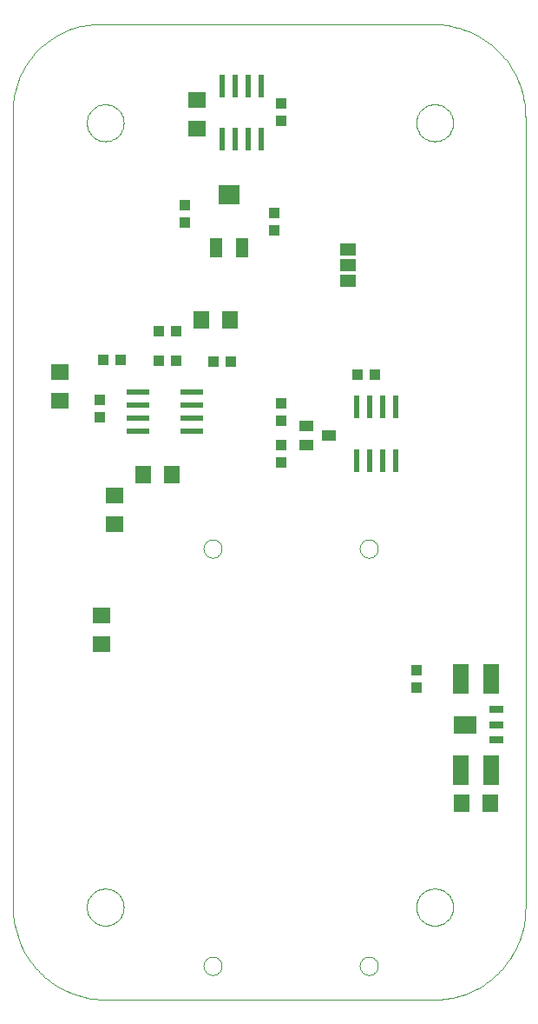
<source format=gtp>
G75*
%MOIN*%
%OFA0B0*%
%FSLAX24Y24*%
%IPPOS*%
%LPD*%
%AMOC8*
5,1,8,0,0,1.08239X$1,22.5*
%
%ADD10C,0.0000*%
%ADD11R,0.0870X0.0240*%
%ADD12R,0.0394X0.0433*%
%ADD13R,0.0433X0.0394*%
%ADD14R,0.0551X0.0394*%
%ADD15R,0.0240X0.0870*%
%ADD16R,0.0551X0.0315*%
%ADD17R,0.0866X0.0709*%
%ADD18R,0.0630X0.0709*%
%ADD19R,0.0591X0.1142*%
%ADD20R,0.0709X0.0630*%
%ADD21R,0.0236X0.0866*%
%ADD22R,0.0512X0.0748*%
%ADD23R,0.0787X0.0748*%
%ADD24R,0.0630X0.0460*%
D10*
X001927Y006470D02*
X001927Y036785D01*
X005076Y040328D02*
X018068Y040328D01*
X018184Y040326D01*
X018300Y040320D01*
X018415Y040311D01*
X018530Y040298D01*
X018645Y040281D01*
X018759Y040260D01*
X018873Y040235D01*
X018985Y040207D01*
X019096Y040175D01*
X019207Y040140D01*
X019316Y040101D01*
X019424Y040058D01*
X019530Y040012D01*
X019635Y039963D01*
X019738Y039910D01*
X019840Y039853D01*
X019939Y039794D01*
X020036Y039731D01*
X020132Y039665D01*
X020225Y039596D01*
X020316Y039524D01*
X020404Y039449D01*
X020490Y039371D01*
X020573Y039290D01*
X020654Y039207D01*
X020732Y039121D01*
X020807Y039033D01*
X020879Y038942D01*
X020948Y038849D01*
X021014Y038753D01*
X021077Y038656D01*
X021136Y038557D01*
X021193Y038455D01*
X021246Y038352D01*
X021295Y038247D01*
X021341Y038141D01*
X021384Y038033D01*
X021423Y037924D01*
X021458Y037813D01*
X021490Y037702D01*
X021518Y037590D01*
X021543Y037476D01*
X021564Y037362D01*
X021581Y037247D01*
X021594Y037132D01*
X021603Y037017D01*
X021609Y036901D01*
X021611Y036785D01*
X021612Y036785D02*
X021612Y006470D01*
X017418Y006470D02*
X017420Y006523D01*
X017426Y006576D01*
X017436Y006628D01*
X017449Y006679D01*
X017467Y006729D01*
X017488Y006778D01*
X017513Y006825D01*
X017541Y006869D01*
X017573Y006912D01*
X017607Y006952D01*
X017645Y006990D01*
X017685Y007024D01*
X017728Y007056D01*
X017773Y007084D01*
X017819Y007109D01*
X017868Y007130D01*
X017918Y007148D01*
X017969Y007161D01*
X018021Y007171D01*
X018074Y007177D01*
X018127Y007179D01*
X018180Y007177D01*
X018233Y007171D01*
X018285Y007161D01*
X018336Y007148D01*
X018386Y007130D01*
X018435Y007109D01*
X018482Y007084D01*
X018526Y007056D01*
X018569Y007024D01*
X018609Y006990D01*
X018647Y006952D01*
X018681Y006912D01*
X018713Y006869D01*
X018741Y006824D01*
X018766Y006778D01*
X018787Y006729D01*
X018805Y006679D01*
X018818Y006628D01*
X018828Y006576D01*
X018834Y006523D01*
X018836Y006470D01*
X018834Y006417D01*
X018828Y006364D01*
X018818Y006312D01*
X018805Y006261D01*
X018787Y006211D01*
X018766Y006162D01*
X018741Y006115D01*
X018713Y006071D01*
X018681Y006028D01*
X018647Y005988D01*
X018609Y005950D01*
X018569Y005916D01*
X018526Y005884D01*
X018481Y005856D01*
X018435Y005831D01*
X018386Y005810D01*
X018336Y005792D01*
X018285Y005779D01*
X018233Y005769D01*
X018180Y005763D01*
X018127Y005761D01*
X018074Y005763D01*
X018021Y005769D01*
X017969Y005779D01*
X017918Y005792D01*
X017868Y005810D01*
X017819Y005831D01*
X017772Y005856D01*
X017728Y005884D01*
X017685Y005916D01*
X017645Y005950D01*
X017607Y005988D01*
X017573Y006028D01*
X017541Y006071D01*
X017513Y006116D01*
X017488Y006162D01*
X017467Y006211D01*
X017449Y006261D01*
X017436Y006312D01*
X017426Y006364D01*
X017420Y006417D01*
X017418Y006470D01*
X018128Y002926D02*
X018245Y002929D01*
X018362Y002936D01*
X018479Y002947D01*
X018596Y002961D01*
X018712Y002980D01*
X018827Y003002D01*
X018941Y003029D01*
X019055Y003059D01*
X019167Y003093D01*
X019279Y003130D01*
X019388Y003172D01*
X019497Y003216D01*
X019604Y003265D01*
X019709Y003317D01*
X019813Y003373D01*
X019914Y003432D01*
X020014Y003494D01*
X020111Y003560D01*
X020206Y003629D01*
X020299Y003701D01*
X020389Y003776D01*
X020477Y003854D01*
X020562Y003935D01*
X020644Y004018D01*
X020724Y004105D01*
X020800Y004194D01*
X020874Y004285D01*
X020944Y004379D01*
X021012Y004476D01*
X021076Y004574D01*
X021136Y004675D01*
X021194Y004777D01*
X021248Y004882D01*
X021298Y004988D01*
X021345Y005095D01*
X021388Y005205D01*
X021427Y005315D01*
X021463Y005427D01*
X021495Y005540D01*
X021523Y005654D01*
X021547Y005769D01*
X021568Y005885D01*
X021584Y006001D01*
X021597Y006118D01*
X021606Y006235D01*
X021611Y006352D01*
X021612Y006470D01*
X018127Y002927D02*
X005470Y002927D01*
X004761Y006470D02*
X004763Y006523D01*
X004769Y006576D01*
X004779Y006628D01*
X004792Y006679D01*
X004810Y006729D01*
X004831Y006778D01*
X004856Y006825D01*
X004884Y006869D01*
X004916Y006912D01*
X004950Y006952D01*
X004988Y006990D01*
X005028Y007024D01*
X005071Y007056D01*
X005116Y007084D01*
X005162Y007109D01*
X005211Y007130D01*
X005261Y007148D01*
X005312Y007161D01*
X005364Y007171D01*
X005417Y007177D01*
X005470Y007179D01*
X005523Y007177D01*
X005576Y007171D01*
X005628Y007161D01*
X005679Y007148D01*
X005729Y007130D01*
X005778Y007109D01*
X005825Y007084D01*
X005869Y007056D01*
X005912Y007024D01*
X005952Y006990D01*
X005990Y006952D01*
X006024Y006912D01*
X006056Y006869D01*
X006084Y006824D01*
X006109Y006778D01*
X006130Y006729D01*
X006148Y006679D01*
X006161Y006628D01*
X006171Y006576D01*
X006177Y006523D01*
X006179Y006470D01*
X006177Y006417D01*
X006171Y006364D01*
X006161Y006312D01*
X006148Y006261D01*
X006130Y006211D01*
X006109Y006162D01*
X006084Y006115D01*
X006056Y006071D01*
X006024Y006028D01*
X005990Y005988D01*
X005952Y005950D01*
X005912Y005916D01*
X005869Y005884D01*
X005824Y005856D01*
X005778Y005831D01*
X005729Y005810D01*
X005679Y005792D01*
X005628Y005779D01*
X005576Y005769D01*
X005523Y005763D01*
X005470Y005761D01*
X005417Y005763D01*
X005364Y005769D01*
X005312Y005779D01*
X005261Y005792D01*
X005211Y005810D01*
X005162Y005831D01*
X005115Y005856D01*
X005071Y005884D01*
X005028Y005916D01*
X004988Y005950D01*
X004950Y005988D01*
X004916Y006028D01*
X004884Y006071D01*
X004856Y006116D01*
X004831Y006162D01*
X004810Y006211D01*
X004792Y006261D01*
X004779Y006312D01*
X004769Y006364D01*
X004763Y006417D01*
X004761Y006470D01*
X001927Y006470D02*
X001929Y006354D01*
X001935Y006238D01*
X001944Y006123D01*
X001957Y006008D01*
X001974Y005893D01*
X001995Y005779D01*
X002020Y005665D01*
X002048Y005553D01*
X002080Y005442D01*
X002115Y005331D01*
X002154Y005222D01*
X002197Y005114D01*
X002243Y005008D01*
X002292Y004903D01*
X002345Y004800D01*
X002402Y004698D01*
X002461Y004599D01*
X002524Y004502D01*
X002590Y004406D01*
X002659Y004313D01*
X002731Y004222D01*
X002806Y004134D01*
X002884Y004048D01*
X002965Y003965D01*
X003048Y003884D01*
X003134Y003806D01*
X003222Y003731D01*
X003313Y003659D01*
X003406Y003590D01*
X003502Y003524D01*
X003599Y003461D01*
X003699Y003402D01*
X003800Y003345D01*
X003903Y003292D01*
X004008Y003243D01*
X004114Y003197D01*
X004222Y003154D01*
X004331Y003115D01*
X004442Y003080D01*
X004553Y003048D01*
X004665Y003020D01*
X004779Y002995D01*
X004893Y002974D01*
X005008Y002957D01*
X005123Y002944D01*
X005238Y002935D01*
X005354Y002929D01*
X005470Y002927D01*
X009245Y004220D02*
X009247Y004257D01*
X009253Y004294D01*
X009263Y004330D01*
X009276Y004365D01*
X009293Y004398D01*
X009314Y004429D01*
X009338Y004457D01*
X009365Y004483D01*
X009394Y004506D01*
X009425Y004526D01*
X009459Y004542D01*
X009494Y004555D01*
X009530Y004564D01*
X009567Y004569D01*
X009604Y004570D01*
X009641Y004567D01*
X009678Y004560D01*
X009714Y004549D01*
X009748Y004535D01*
X009781Y004517D01*
X009811Y004495D01*
X009839Y004471D01*
X009864Y004443D01*
X009887Y004413D01*
X009906Y004381D01*
X009921Y004347D01*
X009933Y004312D01*
X009941Y004276D01*
X009945Y004239D01*
X009945Y004201D01*
X009941Y004164D01*
X009933Y004128D01*
X009921Y004093D01*
X009906Y004059D01*
X009887Y004027D01*
X009864Y003997D01*
X009839Y003969D01*
X009811Y003945D01*
X009781Y003923D01*
X009748Y003905D01*
X009714Y003891D01*
X009678Y003880D01*
X009641Y003873D01*
X009604Y003870D01*
X009567Y003871D01*
X009530Y003876D01*
X009494Y003885D01*
X009459Y003898D01*
X009425Y003914D01*
X009394Y003934D01*
X009365Y003957D01*
X009338Y003983D01*
X009314Y004011D01*
X009293Y004042D01*
X009276Y004075D01*
X009263Y004110D01*
X009253Y004146D01*
X009247Y004183D01*
X009245Y004220D01*
X015245Y004220D02*
X015247Y004257D01*
X015253Y004294D01*
X015263Y004330D01*
X015276Y004365D01*
X015293Y004398D01*
X015314Y004429D01*
X015338Y004457D01*
X015365Y004483D01*
X015394Y004506D01*
X015425Y004526D01*
X015459Y004542D01*
X015494Y004555D01*
X015530Y004564D01*
X015567Y004569D01*
X015604Y004570D01*
X015641Y004567D01*
X015678Y004560D01*
X015714Y004549D01*
X015748Y004535D01*
X015781Y004517D01*
X015811Y004495D01*
X015839Y004471D01*
X015864Y004443D01*
X015887Y004413D01*
X015906Y004381D01*
X015921Y004347D01*
X015933Y004312D01*
X015941Y004276D01*
X015945Y004239D01*
X015945Y004201D01*
X015941Y004164D01*
X015933Y004128D01*
X015921Y004093D01*
X015906Y004059D01*
X015887Y004027D01*
X015864Y003997D01*
X015839Y003969D01*
X015811Y003945D01*
X015781Y003923D01*
X015748Y003905D01*
X015714Y003891D01*
X015678Y003880D01*
X015641Y003873D01*
X015604Y003870D01*
X015567Y003871D01*
X015530Y003876D01*
X015494Y003885D01*
X015459Y003898D01*
X015425Y003914D01*
X015394Y003934D01*
X015365Y003957D01*
X015338Y003983D01*
X015314Y004011D01*
X015293Y004042D01*
X015276Y004075D01*
X015263Y004110D01*
X015253Y004146D01*
X015247Y004183D01*
X015245Y004220D01*
X015245Y020220D02*
X015247Y020257D01*
X015253Y020294D01*
X015263Y020330D01*
X015276Y020365D01*
X015293Y020398D01*
X015314Y020429D01*
X015338Y020457D01*
X015365Y020483D01*
X015394Y020506D01*
X015425Y020526D01*
X015459Y020542D01*
X015494Y020555D01*
X015530Y020564D01*
X015567Y020569D01*
X015604Y020570D01*
X015641Y020567D01*
X015678Y020560D01*
X015714Y020549D01*
X015748Y020535D01*
X015781Y020517D01*
X015811Y020495D01*
X015839Y020471D01*
X015864Y020443D01*
X015887Y020413D01*
X015906Y020381D01*
X015921Y020347D01*
X015933Y020312D01*
X015941Y020276D01*
X015945Y020239D01*
X015945Y020201D01*
X015941Y020164D01*
X015933Y020128D01*
X015921Y020093D01*
X015906Y020059D01*
X015887Y020027D01*
X015864Y019997D01*
X015839Y019969D01*
X015811Y019945D01*
X015781Y019923D01*
X015748Y019905D01*
X015714Y019891D01*
X015678Y019880D01*
X015641Y019873D01*
X015604Y019870D01*
X015567Y019871D01*
X015530Y019876D01*
X015494Y019885D01*
X015459Y019898D01*
X015425Y019914D01*
X015394Y019934D01*
X015365Y019957D01*
X015338Y019983D01*
X015314Y020011D01*
X015293Y020042D01*
X015276Y020075D01*
X015263Y020110D01*
X015253Y020146D01*
X015247Y020183D01*
X015245Y020220D01*
X009245Y020220D02*
X009247Y020257D01*
X009253Y020294D01*
X009263Y020330D01*
X009276Y020365D01*
X009293Y020398D01*
X009314Y020429D01*
X009338Y020457D01*
X009365Y020483D01*
X009394Y020506D01*
X009425Y020526D01*
X009459Y020542D01*
X009494Y020555D01*
X009530Y020564D01*
X009567Y020569D01*
X009604Y020570D01*
X009641Y020567D01*
X009678Y020560D01*
X009714Y020549D01*
X009748Y020535D01*
X009781Y020517D01*
X009811Y020495D01*
X009839Y020471D01*
X009864Y020443D01*
X009887Y020413D01*
X009906Y020381D01*
X009921Y020347D01*
X009933Y020312D01*
X009941Y020276D01*
X009945Y020239D01*
X009945Y020201D01*
X009941Y020164D01*
X009933Y020128D01*
X009921Y020093D01*
X009906Y020059D01*
X009887Y020027D01*
X009864Y019997D01*
X009839Y019969D01*
X009811Y019945D01*
X009781Y019923D01*
X009748Y019905D01*
X009714Y019891D01*
X009678Y019880D01*
X009641Y019873D01*
X009604Y019870D01*
X009567Y019871D01*
X009530Y019876D01*
X009494Y019885D01*
X009459Y019898D01*
X009425Y019914D01*
X009394Y019934D01*
X009365Y019957D01*
X009338Y019983D01*
X009314Y020011D01*
X009293Y020042D01*
X009276Y020075D01*
X009263Y020110D01*
X009253Y020146D01*
X009247Y020183D01*
X009245Y020220D01*
X004761Y036549D02*
X004763Y036602D01*
X004769Y036655D01*
X004779Y036707D01*
X004792Y036758D01*
X004810Y036808D01*
X004831Y036857D01*
X004856Y036904D01*
X004884Y036948D01*
X004916Y036991D01*
X004950Y037031D01*
X004988Y037069D01*
X005028Y037103D01*
X005071Y037135D01*
X005116Y037163D01*
X005162Y037188D01*
X005211Y037209D01*
X005261Y037227D01*
X005312Y037240D01*
X005364Y037250D01*
X005417Y037256D01*
X005470Y037258D01*
X005523Y037256D01*
X005576Y037250D01*
X005628Y037240D01*
X005679Y037227D01*
X005729Y037209D01*
X005778Y037188D01*
X005825Y037163D01*
X005869Y037135D01*
X005912Y037103D01*
X005952Y037069D01*
X005990Y037031D01*
X006024Y036991D01*
X006056Y036948D01*
X006084Y036903D01*
X006109Y036857D01*
X006130Y036808D01*
X006148Y036758D01*
X006161Y036707D01*
X006171Y036655D01*
X006177Y036602D01*
X006179Y036549D01*
X006177Y036496D01*
X006171Y036443D01*
X006161Y036391D01*
X006148Y036340D01*
X006130Y036290D01*
X006109Y036241D01*
X006084Y036194D01*
X006056Y036150D01*
X006024Y036107D01*
X005990Y036067D01*
X005952Y036029D01*
X005912Y035995D01*
X005869Y035963D01*
X005824Y035935D01*
X005778Y035910D01*
X005729Y035889D01*
X005679Y035871D01*
X005628Y035858D01*
X005576Y035848D01*
X005523Y035842D01*
X005470Y035840D01*
X005417Y035842D01*
X005364Y035848D01*
X005312Y035858D01*
X005261Y035871D01*
X005211Y035889D01*
X005162Y035910D01*
X005115Y035935D01*
X005071Y035963D01*
X005028Y035995D01*
X004988Y036029D01*
X004950Y036067D01*
X004916Y036107D01*
X004884Y036150D01*
X004856Y036195D01*
X004831Y036241D01*
X004810Y036290D01*
X004792Y036340D01*
X004779Y036391D01*
X004769Y036443D01*
X004763Y036496D01*
X004761Y036549D01*
X001927Y036785D02*
X001922Y036900D01*
X001921Y037014D01*
X001924Y037128D01*
X001931Y037243D01*
X001942Y037357D01*
X001957Y037470D01*
X001975Y037583D01*
X001998Y037695D01*
X002024Y037807D01*
X002054Y037917D01*
X002088Y038026D01*
X002125Y038135D01*
X002167Y038241D01*
X002211Y038347D01*
X002260Y038450D01*
X002312Y038552D01*
X002367Y038653D01*
X002426Y038751D01*
X002488Y038847D01*
X002553Y038941D01*
X002622Y039033D01*
X002693Y039122D01*
X002768Y039209D01*
X002845Y039293D01*
X002925Y039375D01*
X003009Y039453D01*
X003094Y039529D01*
X003182Y039602D01*
X003273Y039672D01*
X003366Y039739D01*
X003461Y039802D01*
X003559Y039862D01*
X003658Y039919D01*
X003759Y039973D01*
X003862Y040023D01*
X003967Y040069D01*
X004073Y040112D01*
X004181Y040151D01*
X004289Y040186D01*
X004399Y040218D01*
X004510Y040246D01*
X004622Y040270D01*
X004735Y040291D01*
X004848Y040307D01*
X004962Y040320D01*
X005076Y040328D01*
X017418Y036549D02*
X017420Y036602D01*
X017426Y036655D01*
X017436Y036707D01*
X017449Y036758D01*
X017467Y036808D01*
X017488Y036857D01*
X017513Y036904D01*
X017541Y036948D01*
X017573Y036991D01*
X017607Y037031D01*
X017645Y037069D01*
X017685Y037103D01*
X017728Y037135D01*
X017773Y037163D01*
X017819Y037188D01*
X017868Y037209D01*
X017918Y037227D01*
X017969Y037240D01*
X018021Y037250D01*
X018074Y037256D01*
X018127Y037258D01*
X018180Y037256D01*
X018233Y037250D01*
X018285Y037240D01*
X018336Y037227D01*
X018386Y037209D01*
X018435Y037188D01*
X018482Y037163D01*
X018526Y037135D01*
X018569Y037103D01*
X018609Y037069D01*
X018647Y037031D01*
X018681Y036991D01*
X018713Y036948D01*
X018741Y036903D01*
X018766Y036857D01*
X018787Y036808D01*
X018805Y036758D01*
X018818Y036707D01*
X018828Y036655D01*
X018834Y036602D01*
X018836Y036549D01*
X018834Y036496D01*
X018828Y036443D01*
X018818Y036391D01*
X018805Y036340D01*
X018787Y036290D01*
X018766Y036241D01*
X018741Y036194D01*
X018713Y036150D01*
X018681Y036107D01*
X018647Y036067D01*
X018609Y036029D01*
X018569Y035995D01*
X018526Y035963D01*
X018481Y035935D01*
X018435Y035910D01*
X018386Y035889D01*
X018336Y035871D01*
X018285Y035858D01*
X018233Y035848D01*
X018180Y035842D01*
X018127Y035840D01*
X018074Y035842D01*
X018021Y035848D01*
X017969Y035858D01*
X017918Y035871D01*
X017868Y035889D01*
X017819Y035910D01*
X017772Y035935D01*
X017728Y035963D01*
X017685Y035995D01*
X017645Y036029D01*
X017607Y036067D01*
X017573Y036107D01*
X017541Y036150D01*
X017513Y036195D01*
X017488Y036241D01*
X017467Y036290D01*
X017449Y036340D01*
X017436Y036391D01*
X017426Y036443D01*
X017420Y036496D01*
X017418Y036549D01*
D11*
X008781Y026222D03*
X008781Y025722D03*
X008781Y025222D03*
X008781Y024722D03*
X006721Y024722D03*
X006721Y025222D03*
X006721Y025722D03*
X006721Y026222D03*
D12*
X006055Y027470D03*
X005385Y027470D03*
X007512Y027439D03*
X007512Y028564D03*
X008182Y028564D03*
X008182Y027439D03*
X009633Y027376D03*
X010303Y027376D03*
X015168Y026885D03*
X015837Y026885D03*
D13*
X012220Y025805D03*
X012220Y025135D03*
X012220Y024180D03*
X012220Y023510D03*
X011968Y032417D03*
X011968Y033086D03*
X012220Y036635D03*
X012220Y037305D03*
X008531Y033398D03*
X008531Y032729D03*
X005251Y025932D03*
X005251Y025262D03*
X017436Y015555D03*
X017436Y014885D03*
D14*
X013202Y024189D03*
X013202Y024937D03*
X014068Y024563D03*
D15*
X015127Y023605D03*
X015627Y023605D03*
X016127Y023605D03*
X016627Y023605D03*
X016627Y025665D03*
X016127Y025665D03*
X015627Y025665D03*
X015127Y025665D03*
D16*
X020500Y014061D03*
X020500Y013470D03*
X020500Y012879D03*
D17*
X019287Y013470D03*
D18*
X019169Y010470D03*
X020271Y010470D03*
X010269Y029001D03*
X009167Y029001D03*
X008023Y023064D03*
X006921Y023064D03*
D19*
X019129Y015220D03*
X020311Y015220D03*
X020311Y011720D03*
X019129Y011720D03*
D20*
X005845Y021169D03*
X005845Y022271D03*
X003722Y025887D03*
X003722Y026990D03*
X008988Y036309D03*
X008988Y037411D03*
X005345Y017646D03*
X005345Y016544D03*
D21*
X009972Y035915D03*
X010472Y035915D03*
X010972Y035915D03*
X011472Y035915D03*
X011472Y037962D03*
X010972Y037962D03*
X010472Y037962D03*
X009972Y037962D03*
D22*
X009736Y031770D03*
X010736Y031770D03*
D23*
X010236Y033778D03*
D24*
X014780Y031698D03*
X014780Y031098D03*
X014780Y030498D03*
M02*

</source>
